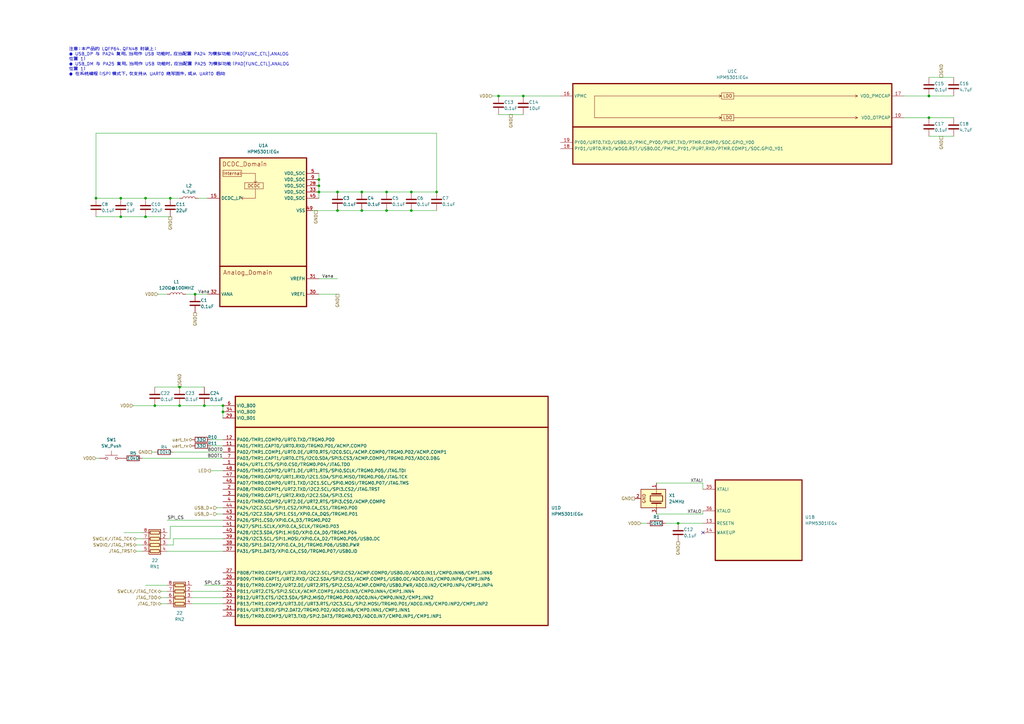
<source format=kicad_sch>
(kicad_sch (version 20250114) (generator "eeschema") (generator_version "9.0")
  (paper "A3")
  (title_block (date "2024-06-16"))
  (lib_symbols
    (symbol "Crystal_AKL:Crystal_Generic_GND2" (pin_names (offset 1.016) (hide yes))
      (property "Reference" "X" (at 0 8.89 0))
      (property "Value" "Crystal_Generic" (at 0 6.35 0))
      (symbol "Crystal_Generic_GND2_0_1"
        (rectangle (start -3.81 3.81) (end 3.81 -6.35) (stroke (width 0.254)) (fill (type background)))
        (polyline (pts (xy -3.81 0) (xy -1.905 0)))
        (polyline (pts (xy -1.905 -1.905) (xy -1.905 1.905)) (stroke (width 0.508)))
        (rectangle (start -1.143 2.54) (end 1.143 -2.54) (stroke (width 0.3048)))
        (polyline (pts (xy 1.905 -1.905) (xy 1.905 1.905)) (stroke (width 0.508)))
        (polyline (pts (xy 3.81 0) (xy 1.905 0)))
        (text "GND" (at 0 -5.08 0) (effects (font (size 1.27 1.27))))
      )
      (symbol "Crystal_Generic_GND2_1_1"
        (pin passive line (at -6.35 0 0) (length 2.54) (name "1") (number "1"))
        (pin passive line (at 0 -8.89 90) (length 2.54) (name "2") (number "2"))
        (pin passive line (at 6.35 0 180) (length 2.54) (name "3") (number "3"))
      )
    )
    (symbol "Device:C" (pin_numbers (hide yes)) (pin_names (offset 0.254))
      (property "Reference" "C" (at 0.635 2.54 0))
      (property "Value" "C" (at 0.635 -2.54 0))
      (symbol "C_0_1"
        (polyline (pts (xy -2.032 0.762) (xy 2.032 0.762)) (stroke (width 0.508)))
        (polyline (pts (xy -2.032 -0.762) (xy 2.032 -0.762)) (stroke (width 0.508)))
      )
      (symbol "C_1_1"
        (pin passive line (at 0 3.81 270) (length 2.794) (name "~") (number "1"))
        (pin passive line (at 0 -3.81 90) (length 2.794) (name "~") (number "2"))
      )
    )
    (symbol "Device:L" (pin_numbers (hide yes)) (pin_names (offset 1.016) (hide yes))
      (property "Reference" "L" (at -1.27 0 90))
      (property "Value" "L" (at 1.905 0 90))
      (symbol "L_0_1"
        (arc (start 0 2.54) (mid 0.6323 1.905) (end 0 1.27))
        (arc (start 0 1.27) (mid 0.6323 0.635) (end 0 0))
        (arc (start 0 0) (mid 0.6323 -0.635) (end 0 -1.27))
        (arc (start 0 -1.27) (mid 0.6323 -1.905) (end 0 -2.54))
      )
      (symbol "L_1_1"
        (pin passive line (at 0 3.81 270) (length 1.27) (name "1") (number "1"))
        (pin passive line (at 0 -3.81 90) (length 1.27) (name "2") (number "2"))
      )
    )
    (symbol "Device:R" (pin_numbers (hide yes)) (pin_names (offset 0))
      (property "Reference" "R" (at 2.032 0 90))
      (property "Value" "R" (at 0 0 90))
      (symbol "R_0_1"
        (rectangle (start -1.016 -2.54) (end 1.016 2.54) (stroke (width 0.254)))
      )
      (symbol "R_1_1"
        (pin passive line (at 0 3.81 270) (length 1.27) (name "~") (number "1"))
        (pin passive line (at 0 -3.81 90) (length 1.27) (name "~") (number "2"))
      )
    )
    (symbol "Device:R_Pack04" (pin_names (offset 0) (hide yes))
      (property "Reference" "RN" (at -7.62 0 90))
      (property "Value" "R_Pack04" (at 5.08 0 90))
      (symbol "R_Pack04_0_1"
        (rectangle (start -6.35 -2.413) (end 3.81 2.413) (stroke (width 0.254)) (fill (type background)))
        (rectangle (start -5.715 1.905) (end -4.445 -1.905) (stroke (width 0.254)))
        (polyline (pts (xy -5.08 1.905) (xy -5.08 2.54)))
        (polyline (pts (xy -5.08 -2.54) (xy -5.08 -1.905)))
        (rectangle (start -3.175 1.905) (end -1.905 -1.905) (stroke (width 0.254)))
        (polyline (pts (xy -2.54 1.905) (xy -2.54 2.54)))
        (polyline (pts (xy -2.54 -2.54) (xy -2.54 -1.905)))
        (rectangle (start -0.635 1.905) (end 0.635 -1.905) (stroke (width 0.254)))
        (polyline (pts (xy 0 1.905) (xy 0 2.54)))
        (polyline (pts (xy 0 -2.54) (xy 0 -1.905)))
        (rectangle (start 1.905 1.905) (end 3.175 -1.905) (stroke (width 0.254)))
        (polyline (pts (xy 2.54 1.905) (xy 2.54 2.54)))
        (polyline (pts (xy 2.54 -2.54) (xy 2.54 -1.905)))
      )
      (symbol "R_Pack04_1_1"
        (pin passive line (at -5.08 5.08 270) (length 2.54) (name "R1.2") (number "8"))
        (pin passive line (at -5.08 -5.08 90) (length 2.54) (name "R1.1") (number "1"))
        (pin passive line (at -2.54 5.08 270) (length 2.54) (name "R2.2") (number "7"))
        (pin passive line (at -2.54 -5.08 90) (length 2.54) (name "R2.1") (number "2"))
        (pin passive line (at 0 5.08 270) (length 2.54) (name "R3.2") (number "6"))
        (pin passive line (at 0 -5.08 90) (length 2.54) (name "R3.1") (number "3"))
        (pin passive line (at 2.54 5.08 270) (length 2.54) (name "R4.2") (number "5"))
        (pin passive line (at 2.54 -5.08 90) (length 2.54) (name "R4.1") (number "4"))
      )
    )
    (symbol "HPM5300_Library:HPM5301IEG1"
      (property "Reference" "U" (at 1.27 1.27 0))
      (property "Value" "HPM5301IEGx" (at 15.24 1.27 0))
      (symbol "HPM5301IEG1_1_0"
        (pin power_in line (at 38.1 -21.59 180) (length 2.54) (name "VSS") (number "49"))
      )
      (symbol "HPM5301IEG1_1_1"
        (rectangle (start 0 0) (end 35.56 -60.96) (stroke (width 0.508)) (fill (type background)))
        (polyline (pts (xy 0 -44.45) (xy 35.56 -44.45)) (stroke (width 0.508)))
        (rectangle (start 1.27 -5.08) (end 8.89 -7.62))
        (polyline (pts (xy 8.89 -6.35) (xy 14.605 -6.35) (xy 14.605 -10.16) (xy 13.97 -9.525) (xy 14.605 -10.16) (xy 15.24 -9.525)))
        (rectangle (start 10.16 -10.16) (end 17.78 -12.7))
        (polyline (pts (xy 14.605 -12.7) (xy 14.605 -16.51) (xy 8.89 -16.51) (xy 9.525 -15.875) (xy 8.89 -16.51) (xy 9.525 -17.145)))
        (text "Internal" (at 5.08 -6.35 0) (effects (font (size 1.27 1.27))))
        (text "DCDC_Domain" (at 10.16 -2.54 0) (effects (font (size 1.778 1.778))))
        (text "Analog_Domain" (at 11.43 -46.99 0) (effects (font (size 1.778 1.778))))
        (text "DCDC" (at 13.97 -11.43 0) (effects (font (size 1.27 1.27))))
        (pin power_in line (at -5.08 -16.51 0) (length 5.08) (name "DCDC_LP") (number "15"))
        (pin power_in line (at -5.08 -55.88 0) (length 5.08) (name "VANA") (number "32"))
        (pin power_in line (at 40.64 -6.35 180) (length 5.08) (name "VDD_SOC") (number "5"))
        (pin power_in line (at 40.64 -8.89 180) (length 5.08) (name "VDD_SOC") (number "9"))
        (pin power_in line (at 40.64 -11.43 180) (length 5.08) (name "VDD_SOC") (number "28"))
        (pin power_in line (at 40.64 -13.97 180) (length 5.08) (name "VDD_SOC") (number "33"))
        (pin power_in line (at 40.64 -16.51 180) (length 5.08) (name "VDD_SOC") (number "45"))
        (pin power_in line (at 40.64 -49.53 180) (length 5.08) (name "VREFH") (number "31"))
        (pin power_in line (at 40.64 -55.88 180) (length 5.08) (name "VREFL") (number "30"))
      )
      (symbol "HPM5301IEG1_2_1"
        (rectangle (start 0 0) (end 35.56 -33.02) (stroke (width 0.508)) (fill (type background)))
        (pin input line (at -5.08 -3.81 0) (length 5.08) (name "XTALI") (number "35"))
        (pin output line (at -5.08 -12.7 0) (length 5.08) (name "XTALO") (number "36"))
        (pin input line (at -5.08 -17.78 0) (length 5.08) (name "RESETN") (number "13"))
        (pin input line (at -5.08 -21.59 0) (length 5.08) (name "WAKEUP") (number "14"))
      )
      (symbol "HPM5301IEG1_3_0"
        (polyline (pts (xy 8.89 -5.08) (xy 60.96 -5.08) (xy 59.944 -4.572) (xy 60.96 -5.08) (xy 59.944 -5.588)))
        (polyline (pts (xy 8.89 -13.97) (xy 60.96 -13.97) (xy 59.944 -13.462) (xy 60.96 -13.97) (xy 59.944 -14.478)))
        (polyline (pts (xy 66.04 -5.08) (xy 116.84 -5.08) (xy 115.824 -4.572) (xy 116.84 -5.08) (xy 115.824 -5.588)))
        (polyline (pts (xy 66.04 -13.97) (xy 116.84 -13.97) (xy 115.824 -13.462) (xy 116.84 -13.97) (xy 115.824 -14.478)))
      )
      (symbol "HPM5301IEG1_3_1"
        (rectangle (start 0 0) (end 130.81 -33.02) (stroke (width 0.508)) (fill (type background)))
        (polyline (pts (xy 0 -17.78) (xy 130.81 -17.78)) (stroke (width 0.508)))
        (polyline (pts (xy 8.89 -12.7) (xy 8.89 -5.08) (xy 8.89 -13.97)))
        (rectangle (start 60.96 -3.81) (end 66.04 -6.35))
        (rectangle (start 60.96 -12.7) (end 66.04 -15.24))
        (text "LDO" (at 63.5 -5.08 0) (effects (font (size 1.27 1.27))))
        (text "LDO" (at 63.5 -13.97 0) (effects (font (size 1.27 1.27))))
        (pin power_in line (at -5.08 -5.08 0) (length 5.08) (name "VPMC") (number "16"))
        (pin bidirectional line (at -5.08 -24.13 0) (length 5.08) (name "PY00/URT0.TXD/USB0.ID/PMIC_PY00/PURT.TXD/PTMR.COMP0/SOC.GPIO_Y00") (number "19"))
        (pin bidirectional line (at -5.08 -26.67 0) (length 5.08) (name "PY01/URT0.RXD/WDG0.RST/USB0.OC/PMIC_PY01/PURT.RXD/PTMR.COMP1/SOC.GPIO_Y01") (number "18"))
        (pin power_out line (at 135.89 -5.08 180) (length 5.08) (name "VDD_PMCCAP") (number "17"))
        (pin power_out line (at 135.89 -13.97 180) (length 5.08) (name "VDD_OTPCAP") (number "10"))
      )
      (symbol "HPM5301IEG1_4_1"
        (rectangle (start 0 0) (end 128.27 -93.98) (stroke (width 0.508)) (fill (type background)))
        (polyline (pts (xy 0 -12.7) (xy 128.27 -12.7)) (stroke (width 0.5)))
        (pin power_in line (at -5.08 -3.81 0) (length 5.08) (name "VIO_B00") (number "6"))
        (pin power_in line (at -5.08 -6.35 0) (length 5.08) (name "VIO_B00") (number "34"))
        (pin power_in line (at -5.08 -8.89 0) (length 5.08) (name "VIO_B01") (number "29"))
        (pin bidirectional line (at -5.08 -17.78 0) (length 5.08) (name "PA00/TMR1.COMP0/URT0.TXD/TRGM0.P00") (number "12"))
        (pin bidirectional line (at -5.08 -20.32 0) (length 5.08) (name "PA01/TMR1.CAPT0/URT0.RXD/TRGM0.P01/ACMP.COMP0") (number "11"))
        (pin bidirectional line (at -5.08 -22.86 0) (length 5.08) (name "PA02/TMR1.COMP1/URT0.DE/URT0.RTS/I2C0.SCL/ACMP.COMP0/TRGM0.P02/ACMP.COMP1") (number "8"))
        (pin bidirectional line (at -5.08 -25.4 0) (length 5.08) (name "PA03/TMR1.CAPT1/URT0.CTS/I2C0.SDA/SPI3.CS3/ACMP.COMP1/TRGM0.P03/ADC0.DBG") (number "7"))
        (pin bidirectional line (at -5.08 -27.94 0) (length 5.08) (name "PA04/URT1.CTS/SPI0.CS0/TRGM0.P04/JTAG.TDO") (number "1"))
        (pin bidirectional line (at -5.08 -30.48 0) (length 5.08) (name "PA05/TMR1.COMP2/URT1.DE/URT1.RTS/SPI0.SCLK/TRGM0.P05/JTAG.TDI") (number "48"))
        (pin bidirectional line (at -5.08 -33.02 0) (length 5.08) (name "PA06/TMR0.CAPT0/URT1.RXD/I2C1.SDA/SPI0.MISO/TRGM0.P06/JTAG.TCK") (number "47"))
        (pin bidirectional line (at -5.08 -35.56 0) (length 5.08) (name "PA07/TMR0.COMP0/URT1.TXD/I2C1.SCL/SPI0.MOSI/TRGM0.P07/JTAG.TMS") (number "46"))
        (pin bidirectional line (at -5.08 -38.1 0) (length 5.08) (name "PA08/TMR0.COMP1/URT2.TXD/I2C2.SCL/SPI3.CS2/JTAG.TRST") (number "2"))
        (pin bidirectional line (at -5.08 -40.64 0) (length 5.08) (name "PA09/TMR0.CAPT1/URT2.RXD/I2C2.SDA/SPI3.CS1") (number "3"))
        (pin bidirectional line (at -5.08 -43.18 0) (length 5.08) (name "PA10/TMR0.COMP2/URT2.DE/URT2.RTS/SPI3.CS0/ACMP.COMP0") (number "4"))
        (pin bidirectional line (at -5.08 -45.72 0) (length 5.08) (name "PA24/I2C2.SCL/SPI1.CS2/XPI0.CA_CS1/TRGM0.P00") (number "44"))
        (pin bidirectional line (at -5.08 -48.26 0) (length 5.08) (name "PA25/I2C2.SDA/SPI1.CS1/XPI0.CA_DQS/TRGM0.P01") (number "43"))
        (pin bidirectional line (at -5.08 -50.8 0) (length 5.08) (name "PA26/SPI1.CS0/XPI0.CA_D3/TRGM0.P02") (number "42"))
        (pin bidirectional line (at -5.08 -53.34 0) (length 5.08) (name "PA27/SPI1.SCLK/XPI0.CA_SCLK/TRGM0.P03") (number "41"))
        (pin bidirectional line (at -5.08 -55.88 0) (length 5.08) (name "PA28/I2C3.SDA/SPI1.MISO/XPI0.CA_D0/TRGM0.P04") (number "40"))
        (pin bidirectional line (at -5.08 -58.42 0) (length 5.08) (name "PA29/I2C3.SCL/SPI1.MOSI/XPI0.CA_D2/TRGM0.P05/USB0.OC") (number "39"))
        (pin bidirectional line (at -5.08 -60.96 0) (length 5.08) (name "PA30/SPI1.DAT2/XPI0.CA_D1/TRGM0.P06/USB0.PWR") (number "38"))
        (pin bidirectional line (at -5.08 -63.5 0) (length 5.08) (name "PA31/SPI1.DAT3/XPI0.CA_CS0/TRGM0.P07/USB0.ID") (number "37"))
        (pin bidirectional line (at -5.08 -72.39 0) (length 5.08) (name "PB08/TMR0.COMP1/URT2.TXD/I2C2.SCL/SPI2.CS2/ACMP.COMP0/USB0.ID/ADC0.IN11/CMP0.INN6/CMP1.INN6") (number "27"))
        (pin bidirectional line (at -5.08 -74.93 0) (length 5.08) (name "PB09/TMR0.CAPT1/URT2.RXD/I2C2.SDA/SPI2.CS1/ACMP.COMP1/USB0.OC/ADC0.IN1/CMP0.INP6/CMP1.INP6") (number "26"))
        (pin bidirectional line (at -5.08 -77.47 0) (length 5.08) (name "PB10/TMR0.COMP2/URT2.DE/URT2.RTS/SPI2.CS0/ACMP.COMP0/USB0.PWR/ADC0.IN2/CMP0.INP4/CMP1.INP4") (number "25"))
        (pin bidirectional line (at -5.08 -80.01 0) (length 5.08) (name "PB11/URT2.CTS/SPI2.SCLK/ACMP.COMP1/ADC0.IN3/CMP0.INN4/CMP1.INN4") (number "24"))
        (pin bidirectional line (at -5.08 -82.55 0) (length 5.08) (name "PB12/URT3.CTS/I2C3.SDA/SPI2.MISO/TRGM0.P00/ADC0.IN4/CMP0.INN2/CMP1.INN2") (number "23"))
        (pin bidirectional line (at -5.08 -85.09 0) (length 5.08) (name "PB13/TMR1.COMP3/URT3.DE/URT3.RTS/I2C3.SCL/SPI2.MOSI/TRGM0.P01/ADC0.IN5/CMP0.INP2/CMP1.INP2") (number "22"))
        (pin bidirectional line (at -5.08 -87.63 0) (length 5.08) (name "PB14/URT3.RXD/SPI2.DAT2/TRGM0.P02/ADC0.IN6/CMP0.INN1/CMP1.INN1") (number "21"))
        (pin bidirectional line (at -5.08 -90.17 0) (length 5.08) (name "PB15/TMR0.COMP3/URT3.TXD/SPI2.DAT3/TRGM0.P03/ADC0.IN7/CMP0.INP1/CMP1.INP1") (number "20"))
      )
    )
    (symbol "Switch:SW_Push" (pin_numbers (hide yes)) (pin_names (offset 1.016) (hide yes))
      (property "Reference" "SW" (at 1.27 2.54 0))
      (property "Value" "SW_Push" (at 0 -1.524 0))
      (symbol "SW_Push_0_1"
        (circle (center -2.032 0) (radius 0.508))
        (polyline (pts (xy 0 1.27) (xy 0 3.048)))
        (circle (center 2.032 0) (radius 0.508))
        (polyline (pts (xy 2.54 1.27) (xy -2.54 1.27)))
        (pin passive line (at -5.08 0 0) (length 2.54) (name "1") (number "1"))
        (pin passive line (at 5.08 0 180) (length 2.54) (name "2") (number "2"))
      )
    )
  )
  (text "注意：本产品的 LQFP64、QFN48 封装上：\n● USB_DP 与 PA24 复用，当用作 USB 功能时，应当配置 PA24 为模拟功能（PAD[FUNC_CTL].ANALOG\n位置 1）\n● USB_DM 与 PA25 复用，当用作 USB 功能时，应当配置 PA25 为模拟功能（PAD[FUNC_CTL].ANALOG\n位置 1）\n● 在系统编程（ISP）模式下，仅支持从 UART0 烧写固件，或从 UART0 启动" (at 28.194 25.4 0) (effects (font (size 1.27 1.27)) (justify left)))
  (junction (at 130.81 73.66))
  (junction (at 63.5 166.37))
  (junction (at 69.85 81.28))
  (junction (at 158.5481 86.36))
  (junction (at 204.47 39.37))
  (junction (at 73.66 158.75))
  (junction (at 59.69 88.9))
  (junction (at 381 39.37))
  (junction (at 138.43 86.36))
  (junction (at 91.44 166.37))
  (junction (at 49.53 88.9))
  (junction (at 73.66 166.37))
  (junction (at 381 48.26))
  (junction (at 214.63 39.37))
  (junction (at 168.7081 78.74))
  (junction (at 278.13 214.63))
  (junction (at 158.5481 78.74))
  (junction (at 130.81 76.2))
  (junction (at 39.37 81.28))
  (junction (at 91.44 168.91))
  (junction (at 148.3881 78.74))
  (junction (at 80.01 120.65))
  (junction (at 59.69 81.28))
  (junction (at 130.81 78.74))
  (junction (at 179.07 78.74))
  (junction (at 83.82 166.37))
  (junction (at 49.53 81.28))
  (junction (at 168.7081 86.36))
  (junction (at 148.3881 86.36))
  (junction (at 138.43 78.74))
  (no_connect (at 288.29 218.44))
  (wire (pts (xy 71.12 220.98) (xy 91.44 220.98)))
  (wire (pts (xy 55.88 220.98) (xy 58.42 220.98)))
  (wire (pts (xy 39.37 187.96) (xy 40.64 187.96)))
  (wire (pts (xy 66.04 247.65) (xy 68.58 247.65)))
  (wire (pts (xy 86.36 182.88) (xy 91.44 182.88)))
  (wire (pts (xy 88.9 210.82) (xy 91.44 210.82)))
  (wire (pts (xy 214.63 39.37) (xy 229.87 39.37)))
  (wire (pts (xy 269.24 210.82) (xy 288.29 210.82)))
  (wire (pts (xy 69.85 215.9) (xy 91.44 215.9)))
  (wire (pts (xy 49.53 81.28) (xy 59.69 81.28)))
  (wire (pts (xy 73.66 166.37) (xy 83.82 166.37)))
  (wire (pts (xy 148.3881 86.36) (xy 158.5481 86.36)))
  (wire (pts (xy 288.29 210.82) (xy 288.29 209.55)))
  (wire (pts (xy 63.5 158.75) (xy 73.66 158.75)))
  (wire (pts (xy 204.47 46.99) (xy 214.63 46.99)))
  (wire (pts (xy 59.69 240.03) (xy 68.58 240.03)))
  (wire (pts (xy 130.81 114.3) (xy 138.43 114.3)))
  (wire (pts (xy 148.3881 78.74) (xy 158.5481 78.74)))
  (wire (pts (xy 130.81 73.66) (xy 130.81 76.2)))
  (wire (pts (xy 68.58 213.36) (xy 91.44 213.36)))
  (wire (pts (xy 83.82 240.03) (xy 91.44 240.03)))
  (wire (pts (xy 381 39.37) (xy 391.16 39.37)))
  (wire (pts (xy 62.23 185.42) (xy 63.5 185.42)))
  (wire (pts (xy 76.2 120.65) (xy 80.01 120.65)))
  (wire (pts (xy 69.85 81.28) (xy 73.66 81.28)))
  (wire (pts (xy 130.81 76.2) (xy 130.81 78.74)))
  (wire (pts (xy 168.7081 86.36) (xy 179.07 86.36)))
  (wire (pts (xy 158.5481 86.36) (xy 168.7081 86.36)))
  (wire (pts (xy 168.7081 78.74) (xy 179.07 78.74)))
  (wire (pts (xy 78.74 247.65) (xy 91.44 247.65)))
  (wire (pts (xy 59.69 81.28) (xy 69.85 81.28)))
  (wire (pts (xy 66.04 245.11) (xy 68.58 245.11)))
  (wire (pts (xy 288.29 198.12) (xy 288.29 200.66)))
  (wire (pts (xy 381 31.75) (xy 391.16 31.75)))
  (wire (pts (xy 262.89 214.63) (xy 265.43 214.63)))
  (wire (pts (xy 130.81 120.65) (xy 138.43 120.65)))
  (wire (pts (xy 138.43 78.74) (xy 148.3881 78.74)))
  (wire (pts (xy 201.93 39.37) (xy 204.47 39.37)))
  (wire (pts (xy 80.01 120.65) (xy 85.09 120.65)))
  (wire (pts (xy 39.37 88.9) (xy 49.53 88.9)))
  (wire (pts (xy 381 55.88) (xy 391.16 55.88)))
  (wire (pts (xy 269.24 198.12) (xy 288.29 198.12)))
  (wire (pts (xy 63.5 166.37) (xy 73.66 166.37)))
  (wire (pts (xy 158.5481 78.74) (xy 168.7081 78.74)))
  (wire (pts (xy 39.37 81.28) (xy 49.53 81.28)))
  (wire (pts (xy 91.44 166.37) (xy 91.44 168.91)))
  (wire (pts (xy 50.8 218.44) (xy 58.42 218.44)))
  (wire (pts (xy 88.9 208.28) (xy 91.44 208.28)))
  (wire (pts (xy 39.37 81.28) (xy 39.37 54.61)))
  (wire (pts (xy 370.84 48.26) (xy 381 48.26)))
  (wire (pts (xy 39.37 54.61) (xy 179.07 54.61)))
  (wire (pts (xy 130.81 78.74) (xy 130.81 81.28)))
  (wire (pts (xy 138.43 86.36) (xy 148.3881 86.36)))
  (wire (pts (xy 71.12 223.52) (xy 68.58 223.52)))
  (wire (pts (xy 54.61 166.37) (xy 63.5 166.37)))
  (wire (pts (xy 71.12 185.42) (xy 91.44 185.42)))
  (wire (pts (xy 66.04 242.57) (xy 68.58 242.57)))
  (wire (pts (xy 73.66 158.75) (xy 83.82 158.75)))
  (wire (pts (xy 381 48.26) (xy 391.16 48.26)))
  (wire (pts (xy 86.36 193.04) (xy 91.44 193.04)))
  (wire (pts (xy 130.81 71.12) (xy 130.81 73.66)))
  (wire (pts (xy 58.42 187.96) (xy 91.44 187.96)))
  (wire (pts (xy 78.74 242.57) (xy 91.44 242.57)))
  (wire (pts (xy 49.53 88.9) (xy 59.69 88.9)))
  (wire (pts (xy 204.47 39.37) (xy 214.63 39.37)))
  (wire (pts (xy 128.27 86.36) (xy 138.43 86.36)))
  (wire (pts (xy 69.85 220.98) (xy 68.58 220.98)))
  (wire (pts (xy 83.82 166.37) (xy 91.44 166.37)))
  (wire (pts (xy 78.74 245.11) (xy 91.44 245.11)))
  (wire (pts (xy 71.12 220.98) (xy 71.12 223.52)))
  (wire (pts (xy 130.81 78.74) (xy 138.43 78.74)))
  (wire (pts (xy 273.05 214.63) (xy 278.13 214.63)))
  (wire (pts (xy 278.13 214.63) (xy 288.29 214.63)))
  (wire (pts (xy 64.77 120.65) (xy 68.58 120.65)))
  (wire (pts (xy 68.58 226.06) (xy 91.44 226.06)))
  (wire (pts (xy 370.84 39.37) (xy 381 39.37)))
  (wire (pts (xy 86.36 180.34) (xy 91.44 180.34)))
  (wire (pts (xy 59.69 88.9) (xy 69.85 88.9)))
  (wire (pts (xy 179.07 54.61) (xy 179.07 78.74)))
  (wire (pts (xy 91.44 168.91) (xy 91.44 171.45)))
  (wire (pts (xy 81.28 81.28) (xy 85.09 81.28)))
  (wire (pts (xy 69.85 215.9) (xy 69.85 220.98)))
  (wire (pts (xy 55.88 226.06) (xy 58.42 226.06)))
  (wire (pts (xy 55.88 223.52) (xy 58.42 223.52)))
  (label "Vana" (at 81.28 120.65 0))
  (label "SPI_CS" (at 83.82 240.03 0))
  (label "Vana" (at 132.08 114.3 0))
  (label "BOOT1" (at 85.09 187.96 0))
  (label "XTALI" (at 283.21 198.12 0))
  (label "BOOT0" (at 85.09 185.42 0))
  (label "XTALO" (at 281.94 210.82 0))
  (label "SPI_CS" (at 68.6878 213.36 0))
  (hierarchical_label "GND" (shape passive) (at 386.08 31.75 90))
  (hierarchical_label "uart_rx" (shape bidirectional) (at 78.74 182.88 180))
  (hierarchical_label "VDD" (shape input) (at 201.93 39.37 180))
  (hierarchical_label "GND" (shape passive) (at 129.54 86.36 270))
  (hierarchical_label "VDD" (shape input) (at 39.37 187.96 180))
  (hierarchical_label "LED" (shape output) (at 86.36 193.04 180))
  (hierarchical_label "USB_D+" (shape input) (at 88.9 208.28 180))
  (hierarchical_label "GND" (shape passive) (at 278.13 222.25 270))
  (hierarchical_label "JTAG_TDO" (shape bidirectional) (at 66.04 245.11 180))
  (hierarchical_label "SWCLK{slash}JTAG_TCK" (shape bidirectional) (at 66.04 242.57 180))
  (hierarchical_label "GND" (shape passive) (at 260.35 204.47 180))
  (hierarchical_label "JTAG_TRST" (shape bidirectional) (at 55.88 226.06 180))
  (hierarchical_label "GND" (shape passive) (at 80.01 128.27 270))
  (hierarchical_label "GND" (shape passive) (at 386.08 55.88 270))
  (hierarchical_label "SWDIO{slash}JTAG_TMS" (shape bidirectional) (at 55.88 223.52 180))
  (hierarchical_label "VDD" (shape input) (at 64.77 120.65 180))
  (hierarchical_label "SWCLK{slash}JTAG_TCK" (shape bidirectional) (at 55.88 220.98 180))
  (hierarchical_label "VDD" (shape input) (at 54.61 166.37 180))
  (hierarchical_label "JTAG_TDI" (shape bidirectional) (at 66.04 247.65 180))
  (hierarchical_label "GND" (shape passive) (at 73.66 158.75 90))
  (hierarchical_label "GND" (shape passive) (at 69.85 88.9 270))
  (hierarchical_label "uart_tx" (shape bidirectional) (at 78.74 180.34 180))
  (hierarchical_label "VDD" (shape input) (at 262.89 214.63 180))
  (hierarchical_label "GND" (shape passive) (at 138.43 120.65 270))
  (hierarchical_label "GND" (shape passive) (at 209.55 46.99 270))
  (hierarchical_label "USB_D-" (shape input) (at 88.9 210.82 180))
  (hierarchical_label "GND" (shape passive) (at 62.23 185.42 180))
  (symbol (lib_id "Device:R_Pack04") (at 63.5 223.52 90) (mirror x) (unit 1)
    (property "Reference" "RN1" (at 63.5 232.41 90))
    (property "Value" "22" (at 63.5 229.87 90))
    (property "Footprint" "Resistor_SMD:R_Array_Concave_4x0402" (effects (hide yes)))
    (property "Description" "4 resistor network, parallel topology" (effects (hide yes)))
  )
  (symbol (lib_id "Device:R") (at 269.24 214.63 270) (unit 1)
    (property "Reference" "R1" (at 269.24 212.09 90))
    (property "Value" "10kΩ" (at 269.24 214.63 90))
    (property "Footprint" "Resistor_SMD:R_0402_1005Metric" (effects (hide yes)))
    (property "Description" "Resistor" (effects (hide yes)))
  )
  (symbol (lib_id "Device:C") (at 59.69 85.09 0) (unit 1)
    (property "Reference" "C10" (at 61.976 83.82 0) (effects (justify left)))
    (property "Value" "22uF" (at 61.976 86.36 0) (effects (justify left)))
    (property "Footprint" "Capacitor_SMD:C_0402_1005Metric" (effects (hide yes)))
    (property "Description" "Unpolarized capacitor" (effects (hide yes)))
  )
  (symbol (lib_id "Device:C") (at 148.3881 82.55 0) (unit 1)
    (property "Reference" "C4" (at 150.6741 81.28 0) (effects (justify left)))
    (property "Value" "0.1uF" (at 150.6741 83.82 0) (effects (justify left)))
    (property "Footprint" "Capacitor_SMD:C_0402_1005Metric" (effects (hide yes)))
    (property "Description" "Unpolarized capacitor" (effects (hide yes)))
  )
  (symbol (lib_id "Device:C") (at 138.43 82.55 0) (unit 1)
    (property "Reference" "C3" (at 140.716 81.28 0) (effects (justify left)))
    (property "Value" "0.1uF" (at 140.716 83.82 0) (effects (justify left)))
    (property "Footprint" "Capacitor_SMD:C_0402_1005Metric" (effects (hide yes)))
    (property "Description" "Unpolarized capacitor" (effects (hide yes)))
  )
  (symbol (lib_id "Device:C") (at 179.07 82.55 0) (unit 1)
    (property "Reference" "C7" (at 181.356 81.28 0) (effects (justify left)))
    (property "Value" "0.1uF" (at 181.356 83.82 0) (effects (justify left)))
    (property "Footprint" "Capacitor_SMD:C_0402_1005Metric" (effects (hide yes)))
    (property "Description" "Unpolarized capacitor" (effects (hide yes)))
  )
  (symbol (lib_id "Crystal_AKL:Crystal_Generic_GND2") (at 269.24 204.47 270) (unit 1)
    (property "Reference" "X1" (at 274.32 203.1999 90) (effects (justify left)))
    (property "Value" "24MHz" (at 274.32 205.7399 90) (effects (justify left)))
    (property "Footprint" "my:CSTCE3213" (effects (hide yes)))
    (property "Description" "Quartz crystal, Shielded, Generic symbol, Alternate KiCad Library" (effects (hide yes)))
  )
  (symbol (lib_id "Switch:SW_Push") (at 45.72 187.96 0) (unit 1)
    (property "Reference" "SW1" (at 45.72 180.34 0))
    (property "Value" "SW_Push" (at 45.72 182.88 0))
    (property "Footprint" "Button_Switch_SMD:SW_Push_SPST_NO_Alps_SKRK" (effects (hide yes)))
    (property "Description" "Push button switch, generic, two pins" (effects (hide yes)))
  )
  (symbol (lib_id "Device:R") (at 82.55 180.34 90) (unit 1)
    (property "Reference" "R10" (at 87.122 179.324 90))
    (property "Value" "33Ω" (at 82.55 180.34 90))
    (property "Footprint" "Resistor_SMD:R_0402_1005Metric" (effects (hide yes)))
    (property "Description" "Resistor" (effects (hide yes)))
  )
  (symbol (lib_id "Device:C") (at 278.13 218.44 0) (unit 1)
    (property "Reference" "C12" (at 280.416 217.17 0) (effects (justify left)))
    (property "Value" "0.1uF" (at 280.416 219.71 0) (effects (justify left)))
    (property "Footprint" "Capacitor_SMD:C_0402_1005Metric" (effects (hide yes)))
    (property "Description" "Unpolarized capacitor" (effects (hide yes)))
  )
  (symbol (lib_id "Device:C") (at 83.82 162.56 0) (unit 1)
    (property "Reference" "C24" (at 86.106 161.29 0) (effects (justify left)))
    (property "Value" "0.1uF" (at 86.106 163.83 0) (effects (justify left)))
    (property "Footprint" "Capacitor_SMD:C_0402_1005Metric" (effects (hide yes)))
    (property "Description" "Unpolarized capacitor" (effects (hide yes)))
  )
  (symbol (lib_id "Device:C") (at 391.16 52.07 0) (unit 1)
    (property "Reference" "C18" (at 393.446 50.8 0) (effects (justify left)))
    (property "Value" "4.7uF" (at 393.446 53.34 0) (effects (justify left)))
    (property "Footprint" "Capacitor_SMD:C_0402_1005Metric" (effects (hide yes)))
    (property "Description" "Unpolarized capacitor" (effects (hide yes)))
  )
  (symbol (lib_id "Device:C") (at 168.7081 82.55 0) (unit 1)
    (property "Reference" "C6" (at 170.9941 81.28 0) (effects (justify left)))
    (property "Value" "0.1uF" (at 170.9941 83.82 0) (effects (justify left)))
    (property "Footprint" "Capacitor_SMD:C_0402_1005Metric" (effects (hide yes)))
    (property "Description" "Unpolarized capacitor" (effects (hide yes)))
  )
  (symbol (lib_id "Device:C") (at 214.63 43.18 0) (unit 1)
    (property "Reference" "C14" (at 216.916 41.91 0) (effects (justify left)))
    (property "Value" "10uF" (at 216.916 44.45 0) (effects (justify left)))
    (property "Footprint" "Capacitor_SMD:C_0402_1005Metric" (effects (hide yes)))
    (property "Description" "Unpolarized capacitor" (effects (hide yes)))
  )
  (symbol (lib_id "HPM5300_Library:HPM5301IEG1") (at 234.95 34.29 0) (unit 3)
    (property "Reference" "U1" (at 300.355 29.21 0))
    (property "Value" "HPM5301IEGx" (at 300.355 31.75 0))
    (property "Footprint" "HPM_footprints:QFN-48_6x6mm_P0.4mm_EP4.2x4.2mm" (effects (hide yes)))
  )
  (symbol (lib_id "Device:C") (at 63.5 162.56 0) (unit 1)
    (property "Reference" "C22" (at 65.786 161.29 0) (effects (justify left)))
    (property "Value" "0.1uF" (at 65.786 163.83 0) (effects (justify left)))
    (property "Footprint" "Capacitor_SMD:C_0402_1005Metric" (effects (hide yes)))
    (property "Description" "Unpolarized capacitor" (effects (hide yes)))
  )
  (symbol (lib_id "HPM5300_Library:HPM5301IEG1") (at 90.17 64.77 0) (unit 1)
    (property "Reference" "U1" (at 107.95 59.69 0))
    (property "Value" "HPM5301IEGx" (at 107.95 62.23 0))
    (property "Footprint" "HPM_footprints:QFN-48_6x6mm_P0.4mm_EP4.2x4.2mm" (effects (hide yes)))
  )
  (symbol (lib_id "HPM5300_Library:HPM5301IEG1") (at 293.37 196.85 0) (unit 2)
    (property "Reference" "U1" (at 330.2 212.0899 0) (effects (justify left)))
    (property "Value" "HPM5301IEGx" (at 330.2 214.6299 0) (effects (justify left)))
    (property "Footprint" "HPM_footprints:QFN-48_6x6mm_P0.4mm_EP4.2x4.2mm" (effects (hide yes)))
  )
  (symbol (lib_id "Device:C") (at 80.01 124.46 0) (unit 1)
    (property "Reference" "C1" (at 82.296 123.19 0) (effects (justify left)))
    (property "Value" "0.1uF" (at 82.296 125.73 0) (effects (justify left)))
    (property "Footprint" "Capacitor_SMD:C_0402_1005Metric" (effects (hide yes)))
    (property "Description" "Unpolarized capacitor" (effects (hide yes)))
  )
  (symbol (lib_id "Device:C") (at 391.16 35.56 0) (unit 1)
    (property "Reference" "C16" (at 393.446 34.29 0) (effects (justify left)))
    (property "Value" "4.7uF" (at 393.446 36.83 0) (effects (justify left)))
    (property "Footprint" "Capacitor_SMD:C_0402_1005Metric" (effects (hide yes)))
    (property "Description" "Unpolarized capacitor" (effects (hide yes)))
  )
  (symbol (lib_id "Device:C") (at 158.5481 82.55 0) (unit 1)
    (property "Reference" "C5" (at 160.8341 81.28 0) (effects (justify left)))
    (property "Value" "0.1uF" (at 160.8341 83.82 0) (effects (justify left)))
    (property "Footprint" "Capacitor_SMD:C_0402_1005Metric" (effects (hide yes)))
    (property "Description" "Unpolarized capacitor" (effects (hide yes)))
  )
  (symbol (lib_id "Device:C") (at 49.53 85.09 0) (unit 1)
    (property "Reference" "C9" (at 51.816 83.82 0) (effects (justify left)))
    (property "Value" "1uF" (at 51.816 86.36 0) (effects (justify left)))
    (property "Footprint" "Capacitor_SMD:C_0402_1005Metric" (effects (hide yes)))
    (property "Description" "Unpolarized capacitor" (effects (hide yes)))
  )
  (symbol (lib_id "Device:C") (at 73.66 162.56 0) (unit 1)
    (property "Reference" "C23" (at 75.946 161.29 0) (effects (justify left)))
    (property "Value" "0.1uF" (at 75.946 163.83 0) (effects (justify left)))
    (property "Footprint" "Capacitor_SMD:C_0402_1005Metric" (effects (hide yes)))
    (property "Description" "Unpolarized capacitor" (effects (hide yes)))
  )
  (symbol (lib_id "Device:R_Pack04") (at 73.66 245.11 90) (mirror x) (unit 1)
    (property "Reference" "RN2" (at 73.66 254 90))
    (property "Value" "22" (at 73.66 251.46 90))
    (property "Footprint" "Resistor_SMD:R_Array_Concave_4x0402" (effects (hide yes)))
    (property "Description" "4 resistor network, parallel topology" (effects (hide yes)))
  )
  (symbol (lib_id "HPM5300_Library:HPM5301IEG1") (at 96.52 162.56 0) (unit 4)
    (property "Reference" "U1" (at 226.06 208.2799 0) (effects (justify left)))
    (property "Value" "HPM5301IEGx" (at 226.06 210.8199 0) (effects (justify left)))
    (property "Footprint" "HPM_footprints:QFN-48_6x6mm_P0.4mm_EP4.2x4.2mm" (effects (hide yes)))
  )
  (symbol (lib_id "Device:L") (at 72.39 120.65 90) (unit 1)
    (property "Reference" "L1" (at 72.39 115.57 90))
    (property "Value" "120Ω@100MHZ" (at 72.39 118.11 90))
    (property "Footprint" "Inductor_SMD:L_0402_1005Metric" (effects (hide yes)))
    (property "Description" "Inductor" (effects (hide yes)))
  )
  (symbol (lib_id "Device:C") (at 381 52.07 0) (unit 1)
    (property "Reference" "C17" (at 383.286 50.8 0) (effects (justify left)))
    (property "Value" "0.1uF" (at 383.286 53.34 0) (effects (justify left)))
    (property "Footprint" "Capacitor_SMD:C_0402_1005Metric" (effects (hide yes)))
    (property "Description" "Unpolarized capacitor" (effects (hide yes)))
  )
  (symbol (lib_id "Device:C") (at 69.85 85.09 0) (unit 1)
    (property "Reference" "C11" (at 72.136 83.82 0) (effects (justify left)))
    (property "Value" "22uF" (at 72.136 86.36 0) (effects (justify left)))
    (property "Footprint" "Capacitor_SMD:C_0402_1005Metric" (effects (hide yes)))
    (property "Description" "Unpolarized capacitor" (effects (hide yes)))
  )
  (symbol (lib_id "Device:C") (at 381 35.56 0) (unit 1)
    (property "Reference" "C15" (at 383.286 34.29 0) (effects (justify left)))
    (property "Value" "0.1uF" (at 383.286 36.83 0) (effects (justify left)))
    (property "Footprint" "Capacitor_SMD:C_0402_1005Metric" (effects (hide yes)))
    (property "Description" "Unpolarized capacitor" (effects (hide yes)))
  )
  (symbol (lib_id "Device:L") (at 77.47 81.28 90) (unit 1)
    (property "Reference" "L2" (at 77.47 76.2 90))
    (property "Value" "4.7uH" (at 77.47 78.74 90))
    (property "Footprint" "Inductor_SMD:L_Wuerth_MAPI-2510" (effects (hide yes)))
    (property "Description" "Inductor" (effects (hide yes)))
    (property "LCSC" "C5832360" (effects (hide yes)))
  )
  (symbol (lib_id "Device:C") (at 39.37 85.09 0) (unit 1)
    (property "Reference" "C8" (at 41.656 83.82 0) (effects (justify left)))
    (property "Value" "0.1uF" (at 41.656 86.36 0) (effects (justify left)))
    (property "Footprint" "Capacitor_SMD:C_0402_1005Metric" (effects (hide yes)))
    (property "Description" "Unpolarized capacitor" (effects (hide yes)))
  )
  (symbol (lib_id "Device:R") (at 82.55 182.88 90) (unit 1)
    (property "Reference" "R11" (at 87.122 181.864 90))
    (property "Value" "33Ω" (at 82.55 182.88 90))
    (property "Footprint" "Resistor_SMD:R_0402_1005Metric" (effects (hide yes)))
    (property "Description" "Resistor" (effects (hide yes)))
  )
  (symbol (lib_id "Device:R") (at 67.31 185.42 90) (unit 1)
    (property "Reference" "R4" (at 67.31 183.388 90))
    (property "Value" "100kΩ" (at 67.31 185.42 90))
    (property "Footprint" "Resistor_SMD:R_0402_1005Metric" (effects (hide yes)))
    (property "Description" "Resistor" (effects (hide yes)))
  )
  (symbol (lib_id "Device:C") (at 204.47 43.18 0) (unit 1)
    (property "Reference" "C13" (at 206.756 41.91 0) (effects (justify left)))
    (property "Value" "0.1uF" (at 206.756 44.45 0) (effects (justify left)))
    (property "Footprint" "Capacitor_SMD:C_0402_1005Metric" (effects (hide yes)))
    (property "Description" "Unpolarized capacitor" (effects (hide yes)))
  )
  (symbol (lib_id "Device:R") (at 54.61 187.96 90) (unit 1)
    (property "Reference" "R5" (at 54.61 185.928 90))
    (property "Value" "10kΩ" (at 54.61 187.96 90))
    (property "Footprint" "Resistor_SMD:R_0402_1005Metric" (effects (hide yes)))
    (property "Description" "Resistor" (effects (hide yes)))
  )
)
</source>
